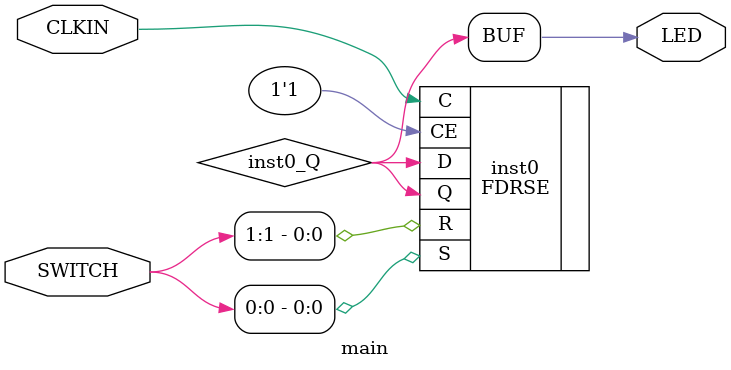
<source format=v>
module main (output [0:0] LED, input  CLKIN, input [1:0] SWITCH);
wire  inst0_Q;
FDRSE #(.INIT(1'h0)) inst0 (.C(CLKIN), .CE(1'b1), .R(SWITCH[1]), .S(SWITCH[0]), .D(inst0_Q), .Q(inst0_Q));
assign LED = {inst0_Q};
endmodule


</source>
